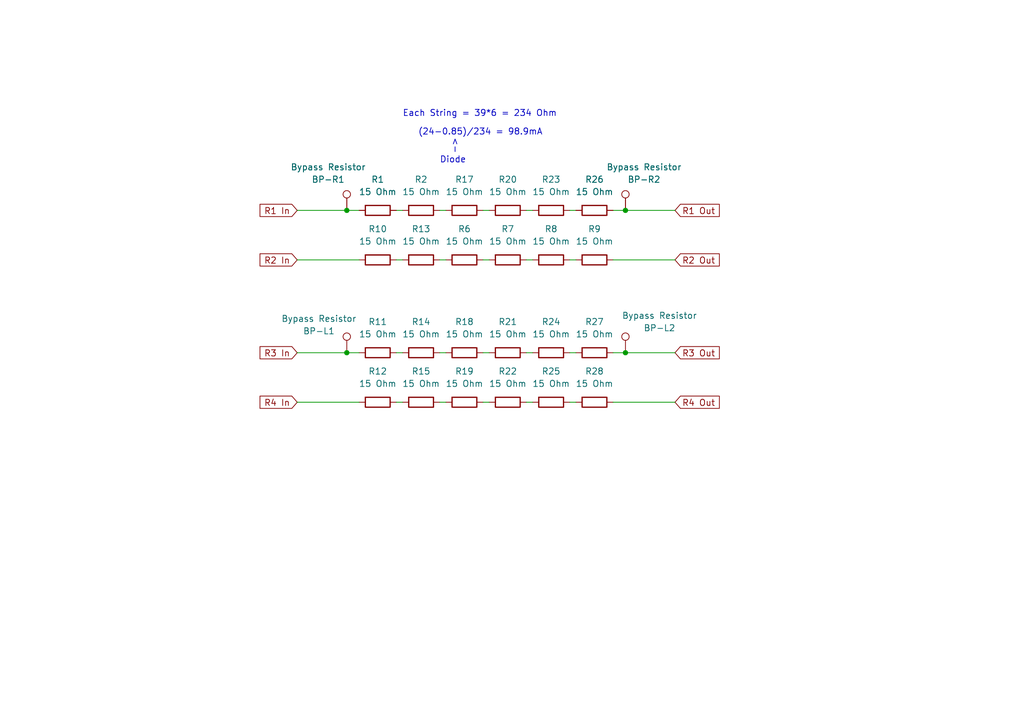
<source format=kicad_sch>
(kicad_sch (version 20211123) (generator eeschema)
  (paper "A5")
  (lib_symbols
    (symbol "Connector:TestPoint" (pin_numbers hide) (pin_names (offset 0.762) hide)
      (property "Reference" "TP" (at 0 6.858 0))
      (property "Value" "TestPoint" (at 0 5.08 0))
      (symbol "TestPoint_0_1"
        (circle (center 0 3.302) (radius 0.762))
      )
      (symbol "TestPoint_1_1"
        (pin passive line (at 0 0 90) (length 2.54) (name "1") (number "1"))
      )
    )
    (symbol "Device:R" (pin_numbers hide) (pin_names (offset 0))
      (property "Reference" "R" (at 2.032 0 90))
      (property "Value" "R" (at 0 0 90))
      (symbol "R_0_1"
        (rectangle (start -1.016 -2.54) (end 1.016 2.54) (stroke (width 0.254)))
      )
      (symbol "R_1_1"
        (pin passive line (at 0 3.81 270) (length 1.27) (name "~") (number "1"))
        (pin passive line (at 0 -3.81 90) (length 1.27) (name "~") (number "2"))
      )
    )
  )
  (junction (at 71.12 72.39))
  (junction (at 128.27 72.39))
  (junction (at 128.27 43.18))
  (junction (at 71.12 43.18))
  (wire (pts (xy 128.27 72.39) (xy 138.43 72.39)))
  (wire (pts (xy 118.11 82.55) (xy 116.84 82.55)))
  (wire (pts (xy 82.55 53.34) (xy 81.28 53.34)))
  (wire (pts (xy 82.55 82.55) (xy 81.28 82.55)))
  (wire (pts (xy 109.22 53.34) (xy 107.95 53.34)))
  (wire (pts (xy 118.11 72.39) (xy 116.84 72.39)))
  (wire (pts (xy 91.44 53.34) (xy 90.17 53.34)))
  (wire (pts (xy 91.44 82.55) (xy 90.17 82.55)))
  (wire (pts (xy 128.27 43.18) (xy 138.43 43.18)))
  (wire (pts (xy 125.73 82.55) (xy 138.43 82.55)))
  (wire (pts (xy 71.12 72.39) (xy 73.66 72.39)))
  (wire (pts (xy 60.96 82.55) (xy 73.66 82.55)))
  (wire (pts (xy 100.33 43.18) (xy 99.06 43.18)))
  (wire (pts (xy 82.55 72.39) (xy 81.28 72.39)))
  (wire (pts (xy 125.73 72.39) (xy 128.27 72.39)))
  (wire (pts (xy 60.96 53.34) (xy 73.66 53.34)))
  (wire (pts (xy 60.96 43.18) (xy 71.12 43.18)))
  (wire (pts (xy 118.11 43.18) (xy 116.84 43.18)))
  (wire (pts (xy 100.33 72.39) (xy 99.06 72.39)))
  (wire (pts (xy 109.22 82.55) (xy 107.95 82.55)))
  (wire (pts (xy 91.44 72.39) (xy 90.17 72.39)))
  (wire (pts (xy 60.96 72.39) (xy 71.12 72.39)))
  (wire (pts (xy 100.33 53.34) (xy 99.06 53.34)))
  (wire (pts (xy 82.55 43.18) (xy 81.28 43.18)))
  (wire (pts (xy 125.73 53.34) (xy 138.43 53.34)))
  (wire (pts (xy 91.44 43.18) (xy 90.17 43.18)))
  (wire (pts (xy 109.22 72.39) (xy 107.95 72.39)))
  (wire (pts (xy 125.73 43.18) (xy 128.27 43.18)))
  (wire (pts (xy 109.22 43.18) (xy 107.95 43.18)))
  (wire (pts (xy 71.12 43.18) (xy 73.66 43.18)))
  (wire (pts (xy 118.11 53.34) (xy 116.84 53.34)))
  (wire (pts (xy 100.33 82.55) (xy 99.06 82.55)))
  (text "Diode" (at 90.17 33.655 0) (effects (font (size 1.27 1.27)) (justify left bottom)))
  (text "Each String = 39*6 = 234 Ohm" (at 82.55 24.13 0) (effects (font (size 1.27 1.27)) (justify left bottom)))
  (text "(24-0.85)/234 = 98.9mA" (at 85.725 27.94 0) (effects (font (size 1.27 1.27)) (justify left bottom)))
  (text "->" (at 93.98 31.75 90) (effects (font (size 1.27 1.27)) (justify left bottom)))
  (global_label "R4 Out" (shape input) (at 138.43 82.55 0) (property "Intersheet References" "${INTERSHEET_REFS}" (effects hide)))
  (global_label "R2 In" (shape input) (at 60.96 53.34 180) (property "Intersheet References" "${INTERSHEET_REFS}" (effects hide)))
  (global_label "R4 In" (shape input) (at 60.96 82.55 180) (property "Intersheet References" "${INTERSHEET_REFS}" (effects hide)))
  (global_label "R2 Out" (shape input) (at 138.43 53.34 0) (property "Intersheet References" "${INTERSHEET_REFS}" (effects hide)))
  (global_label "R1 In" (shape input) (at 60.96 43.18 180) (property "Intersheet References" "${INTERSHEET_REFS}" (effects hide)))
  (global_label "R1 Out" (shape input) (at 138.43 43.18 0) (property "Intersheet References" "${INTERSHEET_REFS}" (effects hide)))
  (global_label "R3 In" (shape input) (at 60.96 72.39 180) (property "Intersheet References" "${INTERSHEET_REFS}" (effects hide)))
  (global_label "R3 Out" (shape input) (at 138.43 72.39 0) (property "Intersheet References" "${INTERSHEET_REFS}" (effects hide)))
  (symbol (lib_id "Device:R") (at 121.92 53.34 270) (mirror x) (unit 1)
    (property "Reference" "R9" (at 121.92 46.99 90))
    (property "Value" "15 Ohm" (at 121.92 49.53 90))
    (property "Footprint" "Resistor_SMD:R_2512_6332Metric_thermal_pad" (effects hide))
    (property "Datasheet" "https://au.mouser.com/ProductDetail/YAGEO/RC2512JK-0739RL?qs=sGAEpiMZZMvdGkrng054t8AJgcdMkx7xAQDgUBGnyVw%3D" (effects hide))
    (property "MPN" "CRGP2512F15R" (effects hide))
  )
  (symbol (lib_id "Connector:TestPoint") (at 128.27 72.39 0) (unit 1) (in_bom no)
    (property "Reference" "BP-L2" (at 135.255 67.31 0))
    (property "Value" "Bypass Resistor" (at 135.255 64.77 0))
    (property "Footprint" "TestPoint:TestPoint_Keystone_5000-5004_Miniature" (effects hide))
    (property "Datasheet" "https://au.mouser.com/ProductDetail/Keystone-Electronics/5002?qs=q0tsjPZWdm%2FAjghIXdPVXw%3D%3D" (effects hide))
    (property "MPN" "5002" (effects hide))
  )
  (symbol (lib_id "Device:R") (at 113.03 43.18 270) (mirror x) (unit 1)
    (property "Reference" "R23" (at 113.03 36.83 90))
    (property "Value" "15 Ohm" (at 113.03 39.37 90))
    (property "Footprint" "Resistor_SMD:R_2512_6332Metric_thermal_pad" (effects hide))
    (property "Datasheet" "https://au.mouser.com/ProductDetail/YAGEO/RC2512JK-0739RL?qs=sGAEpiMZZMvdGkrng054t8AJgcdMkx7xAQDgUBGnyVw%3D" (effects hide))
    (property "MPN" "CRGP2512F15R" (effects hide))
  )
  (symbol (lib_id "Device:R") (at 121.92 82.55 270) (unit 1)
    (property "Reference" "R28" (at 121.92 76.2 90))
    (property "Value" "15 Ohm" (at 121.92 78.74 90))
    (property "Footprint" "Resistor_SMD:R_2512_6332Metric_thermal_pad" (effects hide))
    (property "Datasheet" "https://au.mouser.com/ProductDetail/YAGEO/RC2512JK-0739RL?qs=sGAEpiMZZMvdGkrng054t8AJgcdMkx7xAQDgUBGnyVw%3D" (effects hide))
    (property "MPN" "CRGP2512F15R" (effects hide))
  )
  (symbol (lib_id "Device:R") (at 86.36 82.55 270) (unit 1)
    (property "Reference" "R15" (at 86.36 76.2 90))
    (property "Value" "15 Ohm" (at 86.36 78.74 90))
    (property "Footprint" "Resistor_SMD:R_2512_6332Metric_thermal_pad" (effects hide))
    (property "Datasheet" "https://au.mouser.com/ProductDetail/YAGEO/RC2512JK-0739RL?qs=sGAEpiMZZMvdGkrng054t8AJgcdMkx7xAQDgUBGnyVw%3D" (effects hide))
    (property "MPN" "CRGP2512F15R" (effects hide))
  )
  (symbol (lib_id "Device:R") (at 95.25 43.18 270) (mirror x) (unit 1)
    (property "Reference" "R17" (at 95.25 36.83 90))
    (property "Value" "15 Ohm" (at 95.25 39.37 90))
    (property "Footprint" "Resistor_SMD:R_2512_6332Metric_thermal_pad" (effects hide))
    (property "Datasheet" "https://au.mouser.com/ProductDetail/YAGEO/RC2512JK-0739RL?qs=sGAEpiMZZMvdGkrng054t8AJgcdMkx7xAQDgUBGnyVw%3D" (effects hide))
    (property "MPN" "CRGP2512F15R" (effects hide))
  )
  (symbol (lib_id "Device:R") (at 113.03 82.55 270) (unit 1)
    (property "Reference" "R25" (at 113.03 76.2 90))
    (property "Value" "15 Ohm" (at 113.03 78.74 90))
    (property "Footprint" "Resistor_SMD:R_2512_6332Metric_thermal_pad" (effects hide))
    (property "Datasheet" "https://au.mouser.com/ProductDetail/YAGEO/RC2512JK-0739RL?qs=sGAEpiMZZMvdGkrng054t8AJgcdMkx7xAQDgUBGnyVw%3D" (effects hide))
    (property "MPN" "CRGP2512F15R" (effects hide))
  )
  (symbol (lib_id "Device:R") (at 104.14 53.34 270) (mirror x) (unit 1)
    (property "Reference" "R7" (at 104.14 46.99 90))
    (property "Value" "15 Ohm" (at 104.14 49.53 90))
    (property "Footprint" "Resistor_SMD:R_2512_6332Metric_thermal_pad" (effects hide))
    (property "Datasheet" "https://au.mouser.com/ProductDetail/YAGEO/RC2512JK-0739RL?qs=sGAEpiMZZMvdGkrng054t8AJgcdMkx7xAQDgUBGnyVw%3D" (effects hide))
    (property "MPN" "CRGP2512F15R" (effects hide))
  )
  (symbol (lib_id "Device:R") (at 113.03 72.39 270) (unit 1)
    (property "Reference" "R24" (at 113.03 66.04 90))
    (property "Value" "15 Ohm" (at 113.03 68.58 90))
    (property "Footprint" "Resistor_SMD:R_2512_6332Metric_thermal_pad" (effects hide))
    (property "Datasheet" "https://au.mouser.com/ProductDetail/YAGEO/RC2512JK-0739RL?qs=sGAEpiMZZMvdGkrng054t8AJgcdMkx7xAQDgUBGnyVw%3D" (effects hide))
    (property "MPN" "CRGP2512F15R" (effects hide))
  )
  (symbol (lib_id "Device:R") (at 77.47 72.39 270) (unit 1)
    (property "Reference" "R11" (at 77.47 66.04 90))
    (property "Value" "15 Ohm" (at 77.47 68.58 90))
    (property "Footprint" "Resistor_SMD:R_2512_6332Metric_thermal_pad" (effects hide))
    (property "Datasheet" "https://au.mouser.com/ProductDetail/YAGEO/RC2512JK-0739RL?qs=sGAEpiMZZMvdGkrng054t8AJgcdMkx7xAQDgUBGnyVw%3D" (effects hide))
    (property "MPN" "CRGP2512F15R" (effects hide))
  )
  (symbol (lib_id "Device:R") (at 77.47 82.55 270) (unit 1)
    (property "Reference" "R12" (at 77.47 76.2 90))
    (property "Value" "15 Ohm" (at 77.47 78.74 90))
    (property "Footprint" "Resistor_SMD:R_2512_6332Metric_thermal_pad" (effects hide))
    (property "Datasheet" "https://au.mouser.com/ProductDetail/YAGEO/RC2512JK-0739RL?qs=sGAEpiMZZMvdGkrng054t8AJgcdMkx7xAQDgUBGnyVw%3D" (effects hide))
    (property "MPN" "CRGP2512F15R" (effects hide))
  )
  (symbol (lib_id "Device:R") (at 104.14 72.39 270) (unit 1)
    (property "Reference" "R21" (at 104.14 66.04 90))
    (property "Value" "15 Ohm" (at 104.14 68.58 90))
    (property "Footprint" "Resistor_SMD:R_2512_6332Metric_thermal_pad" (effects hide))
    (property "Datasheet" "https://au.mouser.com/ProductDetail/YAGEO/RC2512JK-0739RL?qs=sGAEpiMZZMvdGkrng054t8AJgcdMkx7xAQDgUBGnyVw%3D" (effects hide))
    (property "MPN" "CRGP2512F15R" (effects hide))
  )
  (symbol (lib_id "Connector:TestPoint") (at 128.27 43.18 0) (mirror y) (unit 1) (in_bom no)
    (property "Reference" "BP-R2" (at 132.08 36.83 0))
    (property "Value" "Bypass Resistor" (at 132.08 34.29 0))
    (property "Footprint" "TestPoint:TestPoint_Keystone_5000-5004_Miniature" (effects hide))
    (property "Datasheet" "https://au.mouser.com/ProductDetail/Keystone-Electronics/5002?qs=q0tsjPZWdm%2FAjghIXdPVXw%3D%3D" (effects hide))
    (property "MPN" "5002" (effects hide))
  )
  (symbol (lib_id "Device:R") (at 95.25 72.39 270) (unit 1)
    (property "Reference" "R18" (at 95.25 66.04 90))
    (property "Value" "15 Ohm" (at 95.25 68.58 90))
    (property "Footprint" "Resistor_SMD:R_2512_6332Metric_thermal_pad" (effects hide))
    (property "Datasheet" "https://au.mouser.com/ProductDetail/YAGEO/RC2512JK-0739RL?qs=sGAEpiMZZMvdGkrng054t8AJgcdMkx7xAQDgUBGnyVw%3D" (effects hide))
    (property "MPN" "CRGP2512F15R" (effects hide))
  )
  (symbol (lib_id "Device:R") (at 86.36 53.34 270) (mirror x) (unit 1)
    (property "Reference" "R13" (at 86.36 46.99 90))
    (property "Value" "15 Ohm" (at 86.36 49.53 90))
    (property "Footprint" "Resistor_SMD:R_2512_6332Metric_thermal_pad" (effects hide))
    (property "Datasheet" "https://au.mouser.com/ProductDetail/YAGEO/RC2512JK-0739RL?qs=sGAEpiMZZMvdGkrng054t8AJgcdMkx7xAQDgUBGnyVw%3D" (effects hide))
    (property "MPN" "CRGP2512F15R" (effects hide))
  )
  (symbol (lib_id "Device:R") (at 86.36 72.39 270) (unit 1)
    (property "Reference" "R14" (at 86.36 66.04 90))
    (property "Value" "15 Ohm" (at 86.36 68.58 90))
    (property "Footprint" "Resistor_SMD:R_2512_6332Metric_thermal_pad" (effects hide))
    (property "Datasheet" "https://au.mouser.com/ProductDetail/YAGEO/RC2512JK-0739RL?qs=sGAEpiMZZMvdGkrng054t8AJgcdMkx7xAQDgUBGnyVw%3D" (effects hide))
    (property "MPN" "CRGP2512F15R" (effects hide))
  )
  (symbol (lib_id "Device:R") (at 113.03 53.34 270) (mirror x) (unit 1)
    (property "Reference" "R8" (at 113.03 46.99 90))
    (property "Value" "15 Ohm" (at 113.03 49.53 90))
    (property "Footprint" "Resistor_SMD:R_2512_6332Metric_thermal_pad" (effects hide))
    (property "Datasheet" "https://au.mouser.com/ProductDetail/YAGEO/RC2512JK-0739RL?qs=sGAEpiMZZMvdGkrng054t8AJgcdMkx7xAQDgUBGnyVw%3D" (effects hide))
    (property "MPN" "CRGP2512F15R" (effects hide))
  )
  (symbol (lib_id "Device:R") (at 104.14 43.18 270) (mirror x) (unit 1)
    (property "Reference" "R20" (at 104.14 36.83 90))
    (property "Value" "15 Ohm" (at 104.14 39.37 90))
    (property "Footprint" "Resistor_SMD:R_2512_6332Metric_thermal_pad" (effects hide))
    (property "Datasheet" "https://au.mouser.com/ProductDetail/YAGEO/RC2512JK-0739RL?qs=sGAEpiMZZMvdGkrng054t8AJgcdMkx7xAQDgUBGnyVw%3D" (effects hide))
    (property "MPN" "CRGP2512F15R" (effects hide))
  )
  (symbol (lib_id "Device:R") (at 86.36 43.18 270) (mirror x) (unit 1)
    (property "Reference" "R2" (at 86.36 36.83 90))
    (property "Value" "15 Ohm" (at 86.36 39.37 90))
    (property "Footprint" "Resistor_SMD:R_2512_6332Metric_thermal_pad" (effects hide))
    (property "Datasheet" "https://au.mouser.com/ProductDetail/YAGEO/RC2512JK-0739RL?qs=sGAEpiMZZMvdGkrng054t8AJgcdMkx7xAQDgUBGnyVw%3D" (effects hide))
    (property "MPN" "CRGP2512F15R" (effects hide))
  )
  (symbol (lib_id "Device:R") (at 121.92 72.39 270) (unit 1)
    (property "Reference" "R27" (at 121.92 66.04 90))
    (property "Value" "15 Ohm" (at 121.92 68.58 90))
    (property "Footprint" "Resistor_SMD:R_2512_6332Metric_thermal_pad" (effects hide))
    (property "Datasheet" "https://au.mouser.com/ProductDetail/YAGEO/RC2512JK-0739RL?qs=sGAEpiMZZMvdGkrng054t8AJgcdMkx7xAQDgUBGnyVw%3D" (effects hide))
    (property "MPN" "CRGP2512F15R" (effects hide))
  )
  (symbol (lib_id "Device:R") (at 95.25 53.34 270) (mirror x) (unit 1)
    (property "Reference" "R6" (at 95.25 46.99 90))
    (property "Value" "15 Ohm" (at 95.25 49.53 90))
    (property "Footprint" "Resistor_SMD:R_2512_6332Metric_thermal_pad" (effects hide))
    (property "Datasheet" "https://au.mouser.com/ProductDetail/YAGEO/RC2512JK-0739RL?qs=sGAEpiMZZMvdGkrng054t8AJgcdMkx7xAQDgUBGnyVw%3D" (effects hide))
    (property "MPN" "CRGP2512F15R" (effects hide))
  )
  (symbol (lib_id "Connector:TestPoint") (at 71.12 43.18 0) (unit 1) (in_bom no)
    (property "Reference" "BP-R1" (at 67.31 36.83 0))
    (property "Value" "Bypass Resistor" (at 67.31 34.29 0))
    (property "Footprint" "TestPoint:TestPoint_Keystone_5000-5004_Miniature" (effects hide))
    (property "Datasheet" "https://au.mouser.com/ProductDetail/Keystone-Electronics/5002?qs=q0tsjPZWdm%2FAjghIXdPVXw%3D%3D" (effects hide))
    (property "MPN" "5002" (effects hide))
  )
  (symbol (lib_id "Connector:TestPoint") (at 71.12 72.39 0) (mirror y) (unit 1) (in_bom no)
    (property "Reference" "BP-L1" (at 65.405 67.945 0))
    (property "Value" "Bypass Resistor" (at 65.405 65.405 0))
    (property "Footprint" "TestPoint:TestPoint_Keystone_5000-5004_Miniature" (effects hide))
    (property "Datasheet" "https://au.mouser.com/ProductDetail/Keystone-Electronics/5002?qs=q0tsjPZWdm%2FAjghIXdPVXw%3D%3D" (effects hide))
    (property "MPN" "5002" (effects hide))
  )
  (symbol (lib_id "Device:R") (at 77.47 43.18 270) (mirror x) (unit 1)
    (property "Reference" "R1" (at 77.47 36.83 90))
    (property "Value" "15 Ohm" (at 77.47 39.37 90))
    (property "Footprint" "Resistor_SMD:R_2512_6332Metric_thermal_pad" (effects hide))
    (property "Datasheet" "https://au.mouser.com/ProductDetail/YAGEO/RC2512JK-0739RL?qs=sGAEpiMZZMvdGkrng054t8AJgcdMkx7xAQDgUBGnyVw%3D" (effects hide))
    (property "MPN" "CRGP2512F15R" (effects hide))
  )
  (symbol (lib_id "Device:R") (at 104.14 82.55 270) (unit 1)
    (property "Reference" "R22" (at 104.14 76.2 90))
    (property "Value" "15 Ohm" (at 104.14 78.74 90))
    (property "Footprint" "Resistor_SMD:R_2512_6332Metric_thermal_pad" (effects hide))
    (property "Datasheet" "https://au.mouser.com/ProductDetail/YAGEO/RC2512JK-0739RL?qs=sGAEpiMZZMvdGkrng054t8AJgcdMkx7xAQDgUBGnyVw%3D" (effects hide))
    (property "MPN" "CRGP2512F15R" (effects hide))
  )
  (symbol (lib_id "Device:R") (at 77.47 53.34 270) (mirror x) (unit 1)
    (property "Reference" "R10" (at 77.47 46.99 90))
    (property "Value" "15 Ohm" (at 77.47 49.53 90))
    (property "Footprint" "Resistor_SMD:R_2512_6332Metric_thermal_pad" (effects hide))
    (property "Datasheet" "https://au.mouser.com/ProductDetail/YAGEO/RC2512JK-0739RL?qs=sGAEpiMZZMvdGkrng054t8AJgcdMkx7xAQDgUBGnyVw%3D" (effects hide))
    (property "MPN" "CRGP2512F15R" (effects hide))
  )
  (symbol (lib_id "Device:R") (at 95.25 82.55 270) (unit 1)
    (property "Reference" "R19" (at 95.25 76.2 90))
    (property "Value" "15 Ohm" (at 95.25 78.74 90))
    (property "Footprint" "Resistor_SMD:R_2512_6332Metric_thermal_pad" (effects hide))
    (property "Datasheet" "https://au.mouser.com/ProductDetail/YAGEO/RC2512JK-0739RL?qs=sGAEpiMZZMvdGkrng054t8AJgcdMkx7xAQDgUBGnyVw%3D" (effects hide))
    (property "MPN" "CRGP2512F15R" (effects hide))
  )
  (symbol (lib_id "Device:R") (at 121.92 43.18 270) (mirror x) (unit 1)
    (property "Reference" "R26" (at 121.92 36.83 90))
    (property "Value" "15 Ohm" (at 121.92 39.37 90))
    (property "Footprint" "Resistor_SMD:R_2512_6332Metric_thermal_pad" (effects hide))
    (property "Datasheet" "https://au.mouser.com/ProductDetail/YAGEO/RC2512JK-0739RL?qs=sGAEpiMZZMvdGkrng054t8AJgcdMkx7xAQDgUBGnyVw%3D" (effects hide))
    (property "MPN" "CRGP2512F15R" (effects hide))
  )
)
</source>
